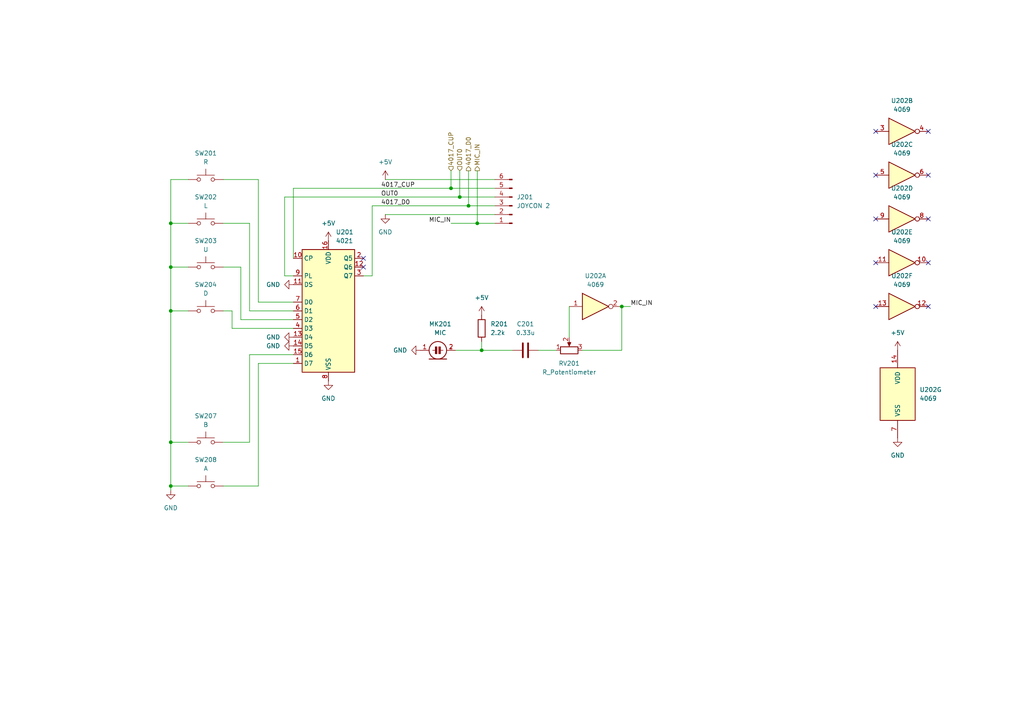
<source format=kicad_sch>
(kicad_sch (version 20250114) (generator "eeschema") (generator_version "9.0")
  (paper "A4")
  (lib_symbols
    (symbol "4xxx:4021"
      (property "Reference" "U" (at -5.08 19.05 0))
      (property "Value" "4021" (at 3.81 19.05 0))
      (symbol "4021_0_1"
        (rectangle (start -7.62 17.78) (end 7.62 -17.78) (stroke (width 0.254)) (fill (type background)))
      )
      (symbol "4021_1_1"
        (pin input line (at -10.16 15.24 0) (length 2.54) (name "CP") (number "10"))
        (pin input line (at -10.16 10.16 0) (length 2.54) (name "PL") (number "9"))
        (pin input line (at -10.16 7.62 0) (length 2.54) (name "DS") (number "11"))
        (pin input line (at -10.16 2.54 0) (length 2.54) (name "D0") (number "7"))
        (pin input line (at -10.16 0 0) (length 2.54) (name "D1") (number "6"))
        (pin input line (at -10.16 -2.54 0) (length 2.54) (name "D2") (number "5"))
        (pin input line (at -10.16 -5.08 0) (length 2.54) (name "D3") (number "4"))
        (pin input line (at -10.16 -7.62 0) (length 2.54) (name "D4") (number "13"))
        (pin input line (at -10.16 -10.16 0) (length 2.54) (name "D5") (number "14"))
        (pin input line (at -10.16 -12.7 0) (length 2.54) (name "D6") (number "15"))
        (pin input line (at -10.16 -15.24 0) (length 2.54) (name "D7") (number "1"))
        (pin power_in line (at 0 20.32 270) (length 2.54) (name "VDD") (number "16"))
        (pin power_in line (at 0 -20.32 90) (length 2.54) (name "VSS") (number "8"))
        (pin output line (at 10.16 15.24 180) (length 2.54) (name "Q5") (number "2"))
        (pin output line (at 10.16 12.7 180) (length 2.54) (name "Q6") (number "12"))
        (pin output line (at 10.16 10.16 180) (length 2.54) (name "Q7") (number "3"))
      )
    )
    (symbol "4xxx:4069" (pin_names (offset 1.016))
      (property "Reference" "U" (at 0 1.27 0))
      (property "Value" "4069" (at 0 -1.27 0))
      (symbol "4069_1_0"
        (polyline (pts (xy -3.81 3.81) (xy -3.81 -3.81) (xy 3.81 0) (xy -3.81 3.81)) (stroke (width 0.254)) (fill (type background)))
        (pin input line (at -7.62 0 0) (length 3.81) (name "~") (number "1"))
        (pin output inverted (at 7.62 0 180) (length 3.81) (name "~") (number "2"))
      )
      (symbol "4069_2_0"
        (polyline (pts (xy -3.81 3.81) (xy -3.81 -3.81) (xy 3.81 0) (xy -3.81 3.81)) (stroke (width 0.254)) (fill (type background)))
        (pin input line (at -7.62 0 0) (length 3.81) (name "~") (number "3"))
        (pin output inverted (at 7.62 0 180) (length 3.81) (name "~") (number "4"))
      )
      (symbol "4069_3_0"
        (polyline (pts (xy -3.81 3.81) (xy -3.81 -3.81) (xy 3.81 0) (xy -3.81 3.81)) (stroke (width 0.254)) (fill (type background)))
        (pin input line (at -7.62 0 0) (length 3.81) (name "~") (number "5"))
        (pin output inverted (at 7.62 0 180) (length 3.81) (name "~") (number "6"))
      )
      (symbol "4069_4_0"
        (polyline (pts (xy -3.81 3.81) (xy -3.81 -3.81) (xy 3.81 0) (xy -3.81 3.81)) (stroke (width 0.254)) (fill (type background)))
        (pin input line (at -7.62 0 0) (length 3.81) (name "~") (number "9"))
        (pin output inverted (at 7.62 0 180) (length 3.81) (name "~") (number "8"))
      )
      (symbol "4069_5_0"
        (polyline (pts (xy -3.81 3.81) (xy -3.81 -3.81) (xy 3.81 0) (xy -3.81 3.81)) (stroke (width 0.254)) (fill (type background)))
        (pin input line (at -7.62 0 0) (length 3.81) (name "~") (number "11"))
        (pin output inverted (at 7.62 0 180) (length 3.81) (name "~") (number "10"))
      )
      (symbol "4069_6_0"
        (polyline (pts (xy -3.81 3.81) (xy -3.81 -3.81) (xy 3.81 0) (xy -3.81 3.81)) (stroke (width 0.254)) (fill (type background)))
        (pin input line (at -7.62 0 0) (length 3.81) (name "~") (number "13"))
        (pin output inverted (at 7.62 0 180) (length 3.81) (name "~") (number "12"))
      )
      (symbol "4069_7_0"
        (pin power_in line (at 0 12.7 270) (length 5.08) (name "VDD") (number "14"))
        (pin power_in line (at 0 -12.7 90) (length 5.08) (name "VSS") (number "7"))
      )
      (symbol "4069_7_1"
        (rectangle (start -5.08 7.62) (end 5.08 -7.62) (stroke (width 0.254)) (fill (type background)))
      )
    )
    (symbol "Connector:Conn_01x06_Pin" (pin_names (offset 1.016) (hide yes))
      (property "Reference" "J" (at 0 7.62 0))
      (property "Value" "Conn_01x06_Pin" (at 0 -10.16 0))
      (symbol "Conn_01x06_Pin_1_1"
        (rectangle (start 0.8636 5.207) (end 0 4.953) (stroke (width 0.1524)) (fill (type outline)))
        (rectangle (start 0.8636 2.667) (end 0 2.413) (stroke (width 0.1524)) (fill (type outline)))
        (rectangle (start 0.8636 0.127) (end 0 -0.127) (stroke (width 0.1524)) (fill (type outline)))
        (rectangle (start 0.8636 -2.413) (end 0 -2.667) (stroke (width 0.1524)) (fill (type outline)))
        (rectangle (start 0.8636 -4.953) (end 0 -5.207) (stroke (width 0.1524)) (fill (type outline)))
        (rectangle (start 0.8636 -7.493) (end 0 -7.747) (stroke (width 0.1524)) (fill (type outline)))
        (polyline (pts (xy 1.27 5.08) (xy 0.8636 5.08)) (stroke (width 0.1524)))
        (polyline (pts (xy 1.27 2.54) (xy 0.8636 2.54)) (stroke (width 0.1524)))
        (polyline (pts (xy 1.27 0) (xy 0.8636 0)) (stroke (width 0.1524)))
        (polyline (pts (xy 1.27 -2.54) (xy 0.8636 -2.54)) (stroke (width 0.1524)))
        (polyline (pts (xy 1.27 -5.08) (xy 0.8636 -5.08)) (stroke (width 0.1524)))
        (polyline (pts (xy 1.27 -7.62) (xy 0.8636 -7.62)) (stroke (width 0.1524)))
        (pin passive line (at 5.08 5.08 180) (length 3.81) (name "Pin_1") (number "1"))
        (pin passive line (at 5.08 2.54 180) (length 3.81) (name "Pin_2") (number "2"))
        (pin passive line (at 5.08 0 180) (length 3.81) (name "Pin_3") (number "3"))
        (pin passive line (at 5.08 -2.54 180) (length 3.81) (name "Pin_4") (number "4"))
        (pin passive line (at 5.08 -5.08 180) (length 3.81) (name "Pin_5") (number "5"))
        (pin passive line (at 5.08 -7.62 180) (length 3.81) (name "Pin_6") (number "6"))
      )
    )
    (symbol "Device:C" (pin_numbers (hide yes)) (pin_names (offset 0.254))
      (property "Reference" "C" (at 0.635 2.54 0))
      (property "Value" "C" (at 0.635 -2.54 0))
      (symbol "C_0_1"
        (polyline (pts (xy -2.032 0.762) (xy 2.032 0.762)) (stroke (width 0.508)))
        (polyline (pts (xy -2.032 -0.762) (xy 2.032 -0.762)) (stroke (width 0.508)))
      )
      (symbol "C_1_1"
        (pin passive line (at 0 3.81 270) (length 2.794) (name "~") (number "1"))
        (pin passive line (at 0 -3.81 90) (length 2.794) (name "~") (number "2"))
      )
    )
    (symbol "Device:Microphone_Condenser" (pin_names (offset 0.0254) (hide yes))
      (property "Reference" "MK" (at -3.302 1.27 0))
      (property "Value" "Microphone_Condenser" (at -3.302 -0.635 0))
      (symbol "Microphone_Condenser_0_1"
        (polyline (pts (xy -2.54 2.54) (xy -2.54 -2.54)) (stroke (width 0.254)))
        (polyline (pts (xy 0 0.762) (xy 0 1.524)))
        (circle (center 0 0) (radius 2.54) (stroke (width 0.254)))
        (polyline (pts (xy 0 -0.762) (xy 0 -1.524)))
        (polyline (pts (xy 0.254 3.81) (xy 0.762 3.81)))
        (polyline (pts (xy 0.508 4.064) (xy 0.508 3.556)))
        (rectangle (start 1.016 0.762) (end -1.016 0.254) (fill (type outline)))
        (rectangle (start 1.016 -0.254) (end -1.016 -0.762) (fill (type outline)))
      )
      (symbol "Microphone_Condenser_1_1"
        (pin passive line (at 0 5.08 270) (length 2.54) (name "+") (number "2"))
        (pin passive line (at 0 -5.08 90) (length 2.54) (name "-") (number "1"))
      )
    )
    (symbol "Device:R" (pin_numbers (hide yes)) (pin_names (offset 0))
      (property "Reference" "R" (at 2.032 0 90))
      (property "Value" "R" (at 0 0 90))
      (symbol "R_0_1"
        (rectangle (start -1.016 -2.54) (end 1.016 2.54) (stroke (width 0.254)))
      )
      (symbol "R_1_1"
        (pin passive line (at 0 3.81 270) (length 1.27) (name "~") (number "1"))
        (pin passive line (at 0 -3.81 90) (length 1.27) (name "~") (number "2"))
      )
    )
    (symbol "Device:R_Potentiometer" (pin_names (offset 1.016) (hide yes))
      (property "Reference" "RV" (at -4.445 0 90))
      (property "Value" "R_Potentiometer" (at -2.54 0 90))
      (symbol "R_Potentiometer_0_1"
        (rectangle (start 1.016 2.54) (end -1.016 -2.54) (stroke (width 0.254)))
        (polyline (pts (xy 1.143 0) (xy 2.286 0.508) (xy 2.286 -0.508) (xy 1.143 0)) (fill (type outline)))
        (polyline (pts (xy 2.54 0) (xy 1.524 0)))
      )
      (symbol "R_Potentiometer_1_1"
        (pin passive line (at 0 3.81 270) (length 1.27) (name "1") (number "1"))
        (pin passive line (at 0 -3.81 90) (length 1.27) (name "3") (number "3"))
        (pin passive line (at 3.81 0 180) (length 1.27) (name "2") (number "2"))
      )
    )
    (symbol "Switch:SW_Push" (pin_numbers (hide yes)) (pin_names (offset 1.016) (hide yes))
      (property "Reference" "SW" (at 1.27 2.54 0))
      (property "Value" "SW_Push" (at 0 -1.524 0))
      (symbol "SW_Push_0_1"
        (circle (center -2.032 0) (radius 0.508))
        (polyline (pts (xy 0 1.27) (xy 0 3.048)))
        (circle (center 2.032 0) (radius 0.508))
        (polyline (pts (xy 2.54 1.27) (xy -2.54 1.27)))
        (pin passive line (at -5.08 0 0) (length 2.54) (name "1") (number "1"))
        (pin passive line (at 5.08 0 180) (length 2.54) (name "2") (number "2"))
      )
    )
    (symbol "power:+5V" (power) (pin_numbers (hide yes)) (pin_names (offset 0) (hide yes))
      (property "Value" "+5V" (at 0 3.556 0))
      (symbol "+5V_0_1"
        (polyline (pts (xy -0.762 1.27) (xy 0 2.54)))
        (polyline (pts (xy 0 2.54) (xy 0.762 1.27)))
        (polyline (pts (xy 0 0) (xy 0 2.54)))
      )
      (symbol "+5V_1_1"
        (pin power_in line (at 0 0 90) (length 0) (name "~") (number "1"))
      )
    )
    (symbol "power:GND" (power) (pin_numbers (hide yes)) (pin_names (offset 0) (hide yes))
      (property "Value" "GND" (at 0 -3.81 0))
      (symbol "GND_0_1"
        (polyline (pts (xy 0 0) (xy 0 -1.27) (xy 1.27 -1.27) (xy 0 -2.54) (xy -1.27 -1.27) (xy 0 -1.27)))
      )
      (symbol "GND_1_1"
        (pin power_in line (at 0 0 270) (length 0) (name "~") (number "1"))
      )
    )
  )
  (junction (at 135.89 59.69))
  (junction (at 133.35 57.15))
  (junction (at 180.34 88.9))
  (junction (at 138.43 64.77))
  (junction (at 49.53 64.77))
  (junction (at 49.53 90.17))
  (junction (at 49.53 140.97))
  (junction (at 49.53 77.47))
  (junction (at 139.7 101.6))
  (junction (at 49.53 128.27))
  (junction (at 130.81 54.61))
  (no_connect (at 254 38.1))
  (no_connect (at 269.24 76.2))
  (no_connect (at 269.24 50.8))
  (no_connect (at 269.24 38.1))
  (no_connect (at 105.41 77.47))
  (no_connect (at 254 76.2))
  (no_connect (at 269.24 63.5))
  (no_connect (at 254 63.5))
  (no_connect (at 254 88.9))
  (no_connect (at 105.41 74.93))
  (no_connect (at 269.24 88.9))
  (no_connect (at 254 50.8))
  (wire (pts (xy 85.09 74.93) (xy 85.09 54.61)))
  (wire (pts (xy 139.7 101.6) (xy 148.59 101.6)))
  (wire (pts (xy 180.34 101.6) (xy 180.34 88.9)))
  (wire (pts (xy 69.85 92.71) (xy 85.09 92.71)))
  (wire (pts (xy 64.77 128.27) (xy 72.39 128.27)))
  (wire (pts (xy 132.08 101.6) (xy 139.7 101.6)))
  (wire (pts (xy 49.53 52.07) (xy 49.53 64.77)))
  (wire (pts (xy 107.95 59.69) (xy 135.89 59.69)))
  (wire (pts (xy 54.61 52.07) (xy 49.53 52.07)))
  (wire (pts (xy 64.77 90.17) (xy 67.31 90.17)))
  (wire (pts (xy 105.41 80.01) (xy 107.95 80.01)))
  (wire (pts (xy 139.7 99.06) (xy 139.7 101.6)))
  (wire (pts (xy 74.93 140.97) (xy 74.93 105.41)))
  (wire (pts (xy 111.76 52.07) (xy 143.51 52.07)))
  (wire (pts (xy 82.55 57.15) (xy 133.35 57.15)))
  (wire (pts (xy 49.53 142.24) (xy 49.53 140.97)))
  (wire (pts (xy 64.77 52.07) (xy 74.93 52.07)))
  (wire (pts (xy 67.31 95.25) (xy 67.31 90.17)))
  (wire (pts (xy 72.39 102.87) (xy 85.09 102.87)))
  (wire (pts (xy 133.35 49.53) (xy 133.35 57.15)))
  (wire (pts (xy 72.39 64.77) (xy 72.39 90.17)))
  (wire (pts (xy 64.77 64.77) (xy 72.39 64.77)))
  (wire (pts (xy 165.1 88.9) (xy 165.1 97.79)))
  (wire (pts (xy 135.89 49.53) (xy 135.89 59.69)))
  (wire (pts (xy 107.95 80.01) (xy 107.95 59.69)))
  (wire (pts (xy 69.85 77.47) (xy 69.85 92.71)))
  (wire (pts (xy 130.81 64.77) (xy 138.43 64.77)))
  (wire (pts (xy 72.39 128.27) (xy 72.39 102.87)))
  (wire (pts (xy 49.53 77.47) (xy 54.61 77.47)))
  (wire (pts (xy 74.93 105.41) (xy 85.09 105.41)))
  (wire (pts (xy 72.39 90.17) (xy 85.09 90.17)))
  (wire (pts (xy 64.77 140.97) (xy 74.93 140.97)))
  (wire (pts (xy 85.09 54.61) (xy 130.81 54.61)))
  (wire (pts (xy 49.53 128.27) (xy 54.61 128.27)))
  (wire (pts (xy 168.91 101.6) (xy 180.34 101.6)))
  (wire (pts (xy 82.55 80.01) (xy 82.55 57.15)))
  (wire (pts (xy 111.76 62.23) (xy 143.51 62.23)))
  (wire (pts (xy 49.53 140.97) (xy 54.61 140.97)))
  (wire (pts (xy 74.93 87.63) (xy 85.09 87.63)))
  (wire (pts (xy 49.53 90.17) (xy 54.61 90.17)))
  (wire (pts (xy 74.93 52.07) (xy 74.93 87.63)))
  (wire (pts (xy 135.89 59.69) (xy 143.51 59.69)))
  (wire (pts (xy 180.34 88.9) (xy 182.88 88.9)))
  (wire (pts (xy 67.31 95.25) (xy 85.09 95.25)))
  (wire (pts (xy 49.53 64.77) (xy 54.61 64.77)))
  (wire (pts (xy 130.81 49.53) (xy 130.81 54.61)))
  (wire (pts (xy 64.77 77.47) (xy 69.85 77.47)))
  (wire (pts (xy 85.09 80.01) (xy 82.55 80.01)))
  (wire (pts (xy 49.53 90.17) (xy 49.53 128.27)))
  (wire (pts (xy 49.53 77.47) (xy 49.53 90.17)))
  (wire (pts (xy 133.35 57.15) (xy 143.51 57.15)))
  (wire (pts (xy 49.53 128.27) (xy 49.53 140.97)))
  (wire (pts (xy 130.81 54.61) (xy 143.51 54.61)))
  (wire (pts (xy 49.53 64.77) (xy 49.53 77.47)))
  (wire (pts (xy 156.21 101.6) (xy 161.29 101.6)))
  (wire (pts (xy 138.43 64.77) (xy 143.51 64.77)))
  (wire (pts (xy 138.43 49.53) (xy 138.43 64.77)))
  (label "OUT0" (at 110.49 57.15 0))
  (label "4017_D0" (at 110.49 59.69 0))
  (label "MIC_IN" (at 182.88 88.9 0))
  (label "4017_CUP" (at 110.49 54.61 0))
  (label "MIC_IN" (at 130.81 64.77 180))
  (hierarchical_label "4017_CUP" (shape input) (at 130.81 49.53 90))
  (hierarchical_label "OUT0" (shape input) (at 133.35 49.53 90))
  (hierarchical_label "4017_D0" (shape output) (at 135.89 49.53 90))
  (hierarchical_label "MIC_IN" (shape output) (at 138.43 49.53 90))
  (symbol (lib_id "Switch:SW_Push") (at 59.69 140.97 0) (unit 1) (in_bom no) (on_board no)
    (property "Reference" "SW208" (at 59.69 133.35 0))
    (property "Value" "A" (at 59.69 135.89 0))
    (property "Description" "Push button switch, generic, two pins" (effects (hide yes)))
  )
  (symbol (lib_id "Switch:SW_Push") (at 59.69 128.27 0) (unit 1) (in_bom no) (on_board no)
    (property "Reference" "SW207" (at 59.69 120.65 0))
    (property "Value" "B" (at 59.69 123.19 0))
    (property "Description" "Push button switch, generic, two pins" (effects (hide yes)))
  )
  (symbol (lib_id "Device:R") (at 139.7 95.25 0) (unit 1) (in_bom no) (on_board no)
    (property "Reference" "R201" (at 142.24 93.9799 0) (effects (justify left)))
    (property "Value" "2.2k" (at 142.24 96.5199 0) (effects (justify left)))
    (property "Description" "Resistor" (effects (hide yes)))
  )
  (symbol (lib_id "Connector:Conn_01x06_Pin") (at 148.59 59.69 180) (unit 1) (in_bom no) (on_board no)
    (property "Reference" "J201" (at 149.86 57.1499 0) (effects (justify right)))
    (property "Value" "JOYCON 2" (at 149.86 59.6899 0) (effects (justify right)))
    (property "Description" "Generic connector, single row, 01x06, script generated" (effects (hide yes)))
  )
  (symbol (lib_id "4xxx:4069") (at 261.62 88.9 0) (unit 6) (in_bom no) (on_board no)
    (property "Reference" "U202" (at 261.62 80.01 0))
    (property "Value" "4069" (at 261.62 82.55 0))
    (property "Datasheet" "http://www.intersil.com/content/dam/Intersil/documents/cd40/cd4069ubms.pdf" (effects (hide yes)))
    (property "Description" "Hex inverter" (effects (hide yes)))
  )
  (symbol (lib_id "4xxx:4069") (at 261.62 38.1 0) (unit 2) (in_bom no) (on_board no)
    (property "Reference" "U202" (at 261.62 29.21 0))
    (property "Value" "4069" (at 261.62 31.75 0))
    (property "Datasheet" "http://www.intersil.com/content/dam/Intersil/documents/cd40/cd4069ubms.pdf" (effects (hide yes)))
    (property "Description" "Hex inverter" (effects (hide yes)))
  )
  (symbol (lib_id "4xxx:4021") (at 95.25 90.17 0) (unit 1) (in_bom no) (on_board no)
    (property "Reference" "U201" (at 97.3933 67.31 0) (effects (justify left)))
    (property "Value" "4021" (at 97.3933 69.85 0) (effects (justify left)))
    (property "Footprint" "Package_DIP:DIP-16_W7.62mm" (effects (hide yes)))
    (property "Datasheet" "https://assets.nexperia.com/documents/data-sheet/HEF4021B.pdf" (effects (hide yes)))
    (property "Description" "8-bit static shift register" (effects (hide yes)))
  )
  (symbol (lib_id "4xxx:4069") (at 261.62 50.8 0) (unit 3) (in_bom no) (on_board no)
    (property "Reference" "U202" (at 261.62 41.91 0))
    (property "Value" "4069" (at 261.62 44.45 0))
    (property "Datasheet" "http://www.intersil.com/content/dam/Intersil/documents/cd40/cd4069ubms.pdf" (effects (hide yes)))
    (property "Description" "Hex inverter" (effects (hide yes)))
  )
  (symbol (lib_id "power:+5V") (at 139.7 91.44 0) (unit 1)
    (property "Reference" "#PWR092" (effects (hide yes)))
    (property "Value" "+5V" (at 139.7 86.36 0))
    (property "Description" "Power symbol creates a global label with name \"+5V\"" (effects (hide yes)))
  )
  (symbol (lib_id "power:GND") (at 95.25 110.49 0) (unit 1)
    (property "Reference" "#PWR04" (effects (hide yes)))
    (property "Value" "GND" (at 95.25 115.57 0))
    (property "Description" "Power symbol creates a global label with name \"GND\" , ground" (effects (hide yes)))
  )
  (symbol (lib_id "power:+5V") (at 111.76 52.07 0) (unit 1)
    (property "Reference" "#PWR07" (effects (hide yes)))
    (property "Value" "+5V" (at 111.76 46.99 0))
    (property "Description" "Power symbol creates a global label with name \"+5V\"" (effects (hide yes)))
  )
  (symbol (lib_id "power:+5V") (at 260.35 101.6 0) (unit 1)
    (property "Reference" "#PWR094" (effects (hide yes)))
    (property "Value" "+5V" (at 260.35 96.52 0))
    (property "Description" "Power symbol creates a global label with name \"+5V\"" (effects (hide yes)))
  )
  (symbol (lib_id "Switch:SW_Push") (at 59.69 77.47 0) (unit 1) (in_bom no) (on_board no)
    (property "Reference" "SW203" (at 59.69 69.85 0))
    (property "Value" "U" (at 59.69 72.39 0))
    (property "Description" "Push button switch, generic, two pins" (effects (hide yes)))
  )
  (symbol (lib_id "power:GND") (at 121.92 101.6 270) (unit 1)
    (property "Reference" "#PWR093" (effects (hide yes)))
    (property "Value" "GND" (at 118.11 101.5999 90) (effects (justify right)))
    (property "Description" "Power symbol creates a global label with name \"GND\" , ground" (effects (hide yes)))
  )
  (symbol (lib_id "power:GND") (at 85.09 100.33 270) (unit 1)
    (property "Reference" "#PWR091" (effects (hide yes)))
    (property "Value" "GND" (at 81.28 100.3299 90) (effects (justify right)))
    (property "Description" "Power symbol creates a global label with name \"GND\" , ground" (effects (hide yes)))
  )
  (symbol (lib_id "4xxx:4069") (at 172.72 88.9 0) (unit 1) (in_bom no) (on_board no)
    (property "Reference" "U202" (at 172.72 80.01 0))
    (property "Value" "4069" (at 172.72 82.55 0))
    (property "Datasheet" "http://www.intersil.com/content/dam/Intersil/documents/cd40/cd4069ubms.pdf" (effects (hide yes)))
    (property "Description" "Hex inverter" (effects (hide yes)))
  )
  (symbol (lib_id "4xxx:4069") (at 260.35 114.3 0) (unit 7) (in_bom no) (on_board no)
    (property "Reference" "U202" (at 266.7 113.0299 0) (effects (justify left)))
    (property "Value" "4069" (at 266.7 115.5699 0) (effects (justify left)))
    (property "Datasheet" "http://www.intersil.com/content/dam/Intersil/documents/cd40/cd4069ubms.pdf" (effects (hide yes)))
    (property "Description" "Hex inverter" (effects (hide yes)))
  )
  (symbol (lib_id "4xxx:4069") (at 261.62 76.2 0) (unit 5) (in_bom no) (on_board no)
    (property "Reference" "U202" (at 261.62 67.31 0))
    (property "Value" "4069" (at 261.62 69.85 0))
    (property "Datasheet" "http://www.intersil.com/content/dam/Intersil/documents/cd40/cd4069ubms.pdf" (effects (hide yes)))
    (property "Description" "Hex inverter" (effects (hide yes)))
  )
  (symbol (lib_id "Device:C") (at 152.4 101.6 90) (unit 1) (in_bom no) (on_board no)
    (property "Reference" "C201" (at 152.4 93.98 90))
    (property "Value" "0.33u" (at 152.4 96.52 90))
    (property "Description" "Unpolarized capacitor" (effects (hide yes)))
  )
  (symbol (lib_id "power:GND") (at 85.09 97.79 270) (unit 1)
    (property "Reference" "#PWR090" (effects (hide yes)))
    (property "Value" "GND" (at 81.28 97.7899 90) (effects (justify right)))
    (property "Description" "Power symbol creates a global label with name \"GND\" , ground" (effects (hide yes)))
  )
  (symbol (lib_id "power:GND") (at 111.76 62.23 0) (unit 1)
    (property "Reference" "#PWR08" (effects (hide yes)))
    (property "Value" "GND" (at 111.76 67.31 0))
    (property "Description" "Power symbol creates a global label with name \"GND\" , ground" (effects (hide yes)))
  )
  (symbol (lib_id "Device:R_Potentiometer") (at 165.1 101.6 90) (unit 1) (in_bom no) (on_board no)
    (property "Reference" "RV201" (at 165.1 105.41 90))
    (property "Value" "R_Potentiometer" (at 165.1 107.95 90))
    (property "Description" "Potentiometer" (effects (hide yes)))
  )
  (symbol (lib_id "4xxx:4069") (at 261.62 63.5 0) (unit 4) (in_bom no) (on_board no)
    (property "Reference" "U202" (at 261.62 54.61 0))
    (property "Value" "4069" (at 261.62 57.15 0))
    (property "Datasheet" "http://www.intersil.com/content/dam/Intersil/documents/cd40/cd4069ubms.pdf" (effects (hide yes)))
    (property "Description" "Hex inverter" (effects (hide yes)))
  )
  (symbol (lib_id "power:GND") (at 49.53 142.24 0) (unit 1)
    (property "Reference" "#PWR01" (effects (hide yes)))
    (property "Value" "GND" (at 49.53 147.32 0))
    (property "Description" "Power symbol creates a global label with name \"GND\" , ground" (effects (hide yes)))
  )
  (symbol (lib_id "power:GND") (at 85.09 82.55 270) (unit 1)
    (property "Reference" "#PWR02" (effects (hide yes)))
    (property "Value" "GND" (at 81.28 82.5499 90) (effects (justify right)))
    (property "Description" "Power symbol creates a global label with name \"GND\" , ground" (effects (hide yes)))
  )
  (symbol (lib_id "Switch:SW_Push") (at 59.69 52.07 0) (unit 1) (in_bom no) (on_board no)
    (property "Reference" "SW201" (at 59.69 44.45 0))
    (property "Value" "R" (at 59.69 46.99 0))
    (property "Description" "Push button switch, generic, two pins" (effects (hide yes)))
  )
  (symbol (lib_id "Switch:SW_Push") (at 59.69 64.77 0) (unit 1) (in_bom no) (on_board no)
    (property "Reference" "SW202" (at 59.69 57.15 0))
    (property "Value" "L" (at 59.69 59.69 0))
    (property "Description" "Push button switch, generic, two pins" (effects (hide yes)))
  )
  (symbol (lib_id "Device:Microphone_Condenser") (at 127 101.6 270) (mirror x) (unit 1) (in_bom no) (on_board no)
    (property "Reference" "MK201" (at 127.6985 93.98 90))
    (property "Value" "MIC" (at 127.6985 96.52 90))
    (property "Description" "Condenser microphone" (effects (hide yes)))
  )
  (symbol (lib_id "power:+5V") (at 95.25 69.85 0) (unit 1)
    (property "Reference" "#PWR03" (effects (hide yes)))
    (property "Value" "+5V" (at 95.25 64.77 0))
    (property "Description" "Power symbol creates a global label with name \"+5V\"" (effects (hide yes)))
  )
  (symbol (lib_id "power:GND") (at 260.35 127 0) (unit 1)
    (property "Reference" "#PWR095" (effects (hide yes)))
    (property "Value" "GND" (at 260.35 132.08 0))
    (property "Description" "Power symbol creates a global label with name \"GND\" , ground" (effects (hide yes)))
  )
  (symbol (lib_id "Switch:SW_Push") (at 59.69 90.17 0) (unit 1) (in_bom no) (on_board no)
    (property "Reference" "SW204" (at 59.69 82.55 0))
    (property "Value" "D" (at 59.69 85.09 0))
    (property "Description" "Push button switch, generic, two pins" (effects (hide yes)))
  )
)
</source>
